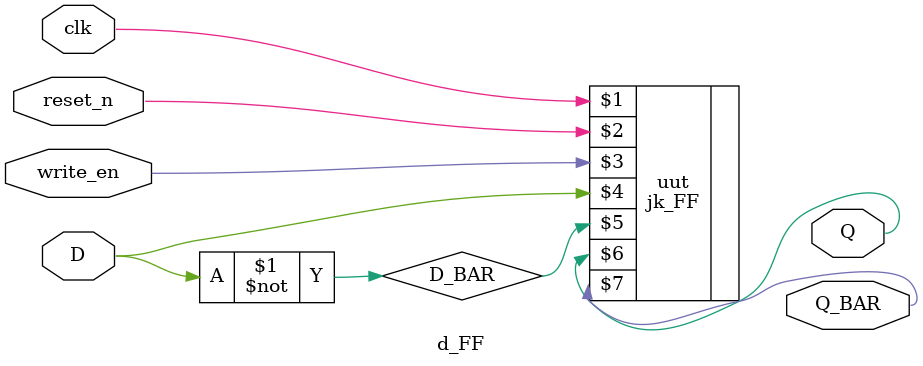
<source format=v>
module d_FF(clk, reset_n, write_en, D, Q, Q_BAR);
	
	input clk, D;
	input reset_n, write_en;
	output Q, Q_BAR;
	
	wire D_BAR;
	
	jk_FF uut(clk, reset_n, write_en, D, D_BAR, Q, Q_BAR);
	
	not(D_BAR, D);

endmodule //d_FF
</source>
